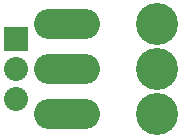
<source format=gts>
G04 (created by PCBNEW-RS274X (2012-apr-16-27)-stable) date Sat 13 Sep 2014 01:38:15 PM PDT*
G01*
G70*
G90*
%MOIN*%
G04 Gerber Fmt 3.4, Leading zero omitted, Abs format*
%FSLAX34Y34*%
G04 APERTURE LIST*
%ADD10C,0.006000*%
%ADD11R,0.080000X0.080000*%
%ADD12C,0.080000*%
%ADD13O,0.220000X0.100000*%
%ADD14C,0.140000*%
G04 APERTURE END LIST*
G54D10*
G54D11*
X41500Y-42000D03*
G54D12*
X41500Y-43000D03*
X41500Y-44000D03*
G54D13*
X43200Y-41500D03*
X43200Y-43000D03*
G54D14*
X46200Y-44500D03*
X46200Y-43000D03*
X46200Y-41500D03*
G54D13*
X43200Y-44500D03*
M02*

</source>
